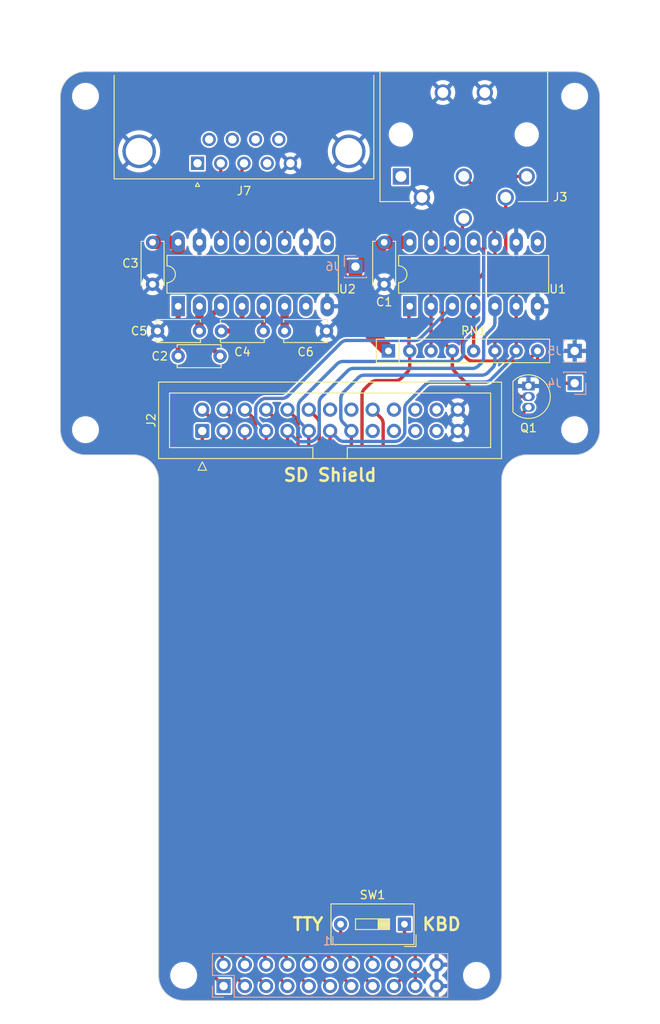
<source format=kicad_pcb>
(kicad_pcb (version 20221018) (generator pcbnew)
  (layers (0 "F.Cu" signal) (31 "B.Cu" signal) (34 "B.Paste" user) (35 "F.Paste" user) (36 "B.SilkS" user "B.Silkscreen") (37 "F.SilkS" user "F.Silkscreen") (38 "B.Mask" user) (39 "F.Mask" user) (44 "Edge.Cuts" user))
  (net 0 "")
  (net 1 "GND")
  (net 2 "Net-(U2-C1+)")
  (net 3 "Net-(U2-C1-)")
  (net 4 "Net-(U2-C2+)")
  (net 5 "Net-(U2-C2-)")
  (net 6 "Net-(U2-VS+)")
  (net 7 "Net-(U2-VS-)")
  (net 8 "+5V")
  (net 10 "/PA0")
  (net 11 "/PB0")
  (net 12 "/PA1")
  (net 13 "/PB1")
  (net 14 "/PA2")
  (net 15 "/PB2")
  (net 16 "/PA3")
  (net 17 "/PB3")
  (net 18 "/PA4")
  (net 19 "/PB4")
  (net 20 "/PA5")
  (net 21 "/PB5")
  (net 22 "/PA6")
  (net 23 "/PB7")
  (net 24 "/PA7")
  (net 25 "/COLA")
  (net 26 "/ROW3")
  (net 27 "/PTR")
  (net 37 "Net-(Q1-B)")
  (net 38 "Net-(J4-Pin_1)")
  (net 39 "Net-(U2-T1OUT)")
  (net 40 "Net-(U2-R1IN)")
  (net 41 "Net-(U2-R1OUT)")
  (net 45 "Net-(RN1B-R2.2)")
  (net 46 "Net-(RN1D-R4.2)")
  (net 53 "/KBD")
  (footprint "MountingHole:MountingHole_2.7mm_M2.5" (layer "F.Cu") (at 112.78 82.77)
    (fp_text reference "REF**" hide)
    (fp_text value "MountingHole_2.7mm_M2.5")
  )
  (footprint "Connector_Dsub:DSUB-9_Female_Horizontal_P2.77x2.84mm_EdgePinOffset7.70mm_Housed_MountingHolesOffset9.12mm" (layer "F.Cu") (at 126.14 51.020331 180)
    (fp_text reference "J7")
    (fp_text value "RS_232")
  )
  (footprint "Package_TO_SOT_THT:TO-92_Inline" (layer "F.Cu") (at 165.61 77.56 -90)
    (fp_text reference "Q1")
    (fp_text value "PN2222A")
  )
  (footprint "MountingHole:MountingHole_2.7mm_M2.5" (layer "F.Cu") (at 171.12 43.04)
    (fp_text reference "REF**" hide)
    (fp_text value "MountingHole_2.7mm_M2.5")
  )
  (footprint "Capacitor_THT:C_Disc_D5.0mm_W2.5mm_P5.00mm" (layer "F.Cu") (at 123.83 74.01)
    (fp_text reference "C2")
    (fp_text value "220nF")
  )
  (footprint "Capacitor_THT:C_Disc_D5.0mm_W2.5mm_P5.00mm" (layer "F.Cu") (at 136.53 71.01)
    (fp_text reference "C6")
    (fp_text value "220nF")
  )
  (footprint "MountingHole:MountingHole_2.7mm_M2.5" (layer "F.Cu") (at 171.12 82.77)
    (fp_text reference "REF**" hide)
    (fp_text value "MountingHole_2.7mm_M2.5")
  )
  (footprint "MountingHole:MountingHole_2.7mm_M2.5" (layer "F.Cu") (at 159.41 147.8)
    (fp_text reference "REF**" hide)
    (fp_text value "MountingHole_2.7mm_M2.5")
  )
  (footprint "Package_DIP:DIP-14_W7.62mm_LongPads" (layer "F.Cu") (at 151.45 68.06 90)
    (fp_text reference "U1")
    (fp_text value "74LS06")
  )
  (footprint "Button_Switch_THT:SW_DIP_SPSTx01_Slide_9.78x4.72mm_W7.62mm_P2.54mm" (layer "F.Cu") (at 150.82 141.7 180)
    (fp_text reference "SW1")
    (fp_text value "TTY_KBD")
  )
  (footprint "Capacitor_THT:C_Disc_D5.0mm_W2.5mm_P5.00mm" (layer "F.Cu") (at 120.78 60.44 -90)
    (fp_text reference "C3")
    (fp_text value "220nF")
  )
  (footprint "Connector_IDC:IDC-Header_2x13_P2.54mm_Vertical" (layer "F.Cu") (at 126.71 82.92 90)
    (fp_text reference "J2")
    (fp_text value "SD_Shield")
  )
  (footprint "Capacitor_THT:C_Disc_D5.0mm_W2.5mm_P5.00mm" (layer "F.Cu") (at 128.99 71.01)
    (fp_text reference "C4")
    (fp_text value "220nF")
  )
  (footprint "Resistor_THT:R_Array_SIP8" (layer "F.Cu") (at 148.91 73.38)
    (fp_text reference "RN1")
    (fp_text value "3K3")
  )
  (footprint "Capacitor_THT:C_Disc_D5.0mm_W2.5mm_P5.00mm" (layer "F.Cu") (at 121.37 71.01)
    (fp_text reference "C5")
    (fp_text value "220nF")
  )
  (footprint "Capacitor_THT:C_Disc_D5.0mm_W2.5mm_P5.00mm" (layer "F.Cu") (at 148.4 60.44 -90)
    (fp_text reference "C1")
    (fp_text value "100nF")
  )
  (footprint "DIN_Round:CUI_SDS-60J" (layer "F.Cu") (at 157.9 47.59 180)
    (fp_text reference "J3")
    (fp_text value "DIN-6")
  )
  (footprint "MountingHole:MountingHole_2.7mm_M2.5" (layer "F.Cu") (at 124.49 147.8)
    (fp_text reference "REF**" hide)
    (fp_text value "MountingHole_2.7mm_M2.5")
  )
  (footprint "MountingHole:MountingHole_2.7mm_M2.5" (layer "F.Cu") (at 112.78 43.04)
    (fp_text reference "REF**" hide)
    (fp_text value "MountingHole_2.7mm_M2.5")
  )
  (footprint "Package_DIP:DIP-16_W7.62mm_LongPads" (layer "F.Cu") (at 123.83 68.06 90)
    (fp_text reference "U2")
    (fp_text value "MAX202")
  )
  (footprint "Connector_PinSocket_2.54mm:PinSocket_1x01_P2.54mm_Vertical" (layer "B.Cu") (at 171.12 73.38 180)
    (fp_text reference "J5")
    (fp_text value "GND")
  )
  (footprint "Connector_PinSocket_2.54mm:PinSocket_2x11_P2.54mm_Vertical" (layer "B.Cu") (at 129.25 149.07 -90)
    (fp_text reference "J1")
    (fp_text value "Motherboard")
  )
  (footprint "Connector_PinSocket_2.54mm:PinSocket_1x01_P2.54mm_Vertical" (layer "B.Cu") (at 144.98 63.33 180)
    (fp_text reference "J6")
    (fp_text value "+5V")
  )
  (footprint "Connector_PinSocket_2.54mm:PinSocket_1x01_P2.54mm_Vertical" (layer "B.Cu") (at 171.12 77.23)
    (fp_text reference "J4")
    (fp_text value "Reset")
  )
  (gr_arc (start 109.78 43.09) (mid 110.65868 40.96868) (end 112.78 40.09) (stroke (width 0.1)) (layer "Edge.Cuts"))
  (gr_arc (start 174.12 82.77) (mid 173.24132 84.89132) (end 171.12 85.77) (stroke (width 0.1)) (layer "Edge.Cuts"))
  (gr_line (start 121.49 88.77) (end 121.49 147.8) (stroke (width 0.1)) (layer "Edge.Cuts"))
  (gr_arc (start 162.41 88.77) (mid 163.28868 86.64868) (end 165.41 85.77) (stroke (width 0.1)) (layer "Edge.Cuts"))
  (gr_arc (start 118.49 85.77) (mid 120.61132 86.64868) (end 121.49 88.77) (stroke (width 0.1)) (layer "Edge.Cuts"))
  (gr_line (start 162.41 88.77) (end 162.41 147.8) (stroke (width 0.1)) (layer "Edge.Cuts"))
  (gr_line (start 171.12 40.09) (end 112.78 40.09) (stroke (width 0.1)) (layer "Edge.Cuts"))
  (gr_arc (start 171.12 40.09) (mid 173.24132 40.96868) (end 174.12 43.09) (stroke (width 0.1)) (layer "Edge.Cuts"))
  (gr_arc (start 124.49 150.8) (mid 122.36868 149.92132) (end 121.49 147.8) (stroke (width 0.1)) (layer "Edge.Cuts"))
  (gr_line (start 165.41 85.77) (end 171.12 85.77) (stroke (width 0.1)) (layer "Edge.Cuts"))
  (gr_arc (start 112.78 85.77) (mid 110.65868 84.89132) (end 109.78 82.77) (stroke (width 0.1)) (layer "Edge.Cuts"))
  (gr_line (start 109.78 43.09) (end 109.78 82.77) (stroke (width 0.1)) (layer "Edge.Cuts"))
  (gr_arc (start 162.41 147.8) (mid 161.53132 149.92132) (end 159.41 150.8) (stroke (width 0.1)) (layer "Edge.Cuts"))
  (gr_line (start 124.49 150.8) (end 159.41 150.8) (stroke (width 0.1)) (layer "Edge.Cuts"))
  (gr_line (start 174.12 82.77) (end 174.12 43.09) (stroke (width 0.1)) (layer "Edge.Cuts"))
  (gr_line (start 112.78 85.77) (end 118.49 85.77) (stroke (width 0.1)) (layer "Edge.Cuts"))
  (gr_text "TTY" (at 141.3 141.7) (layer "F.SilkS") (effects (font (size 1.5 1.5) (thickness 0.3) bold) (justify right)))
  (gr_text "SD Shield" (at 141.95 89.05) (layer "F.SilkS") (effects (font (size 1.5 1.5) (thickness 0.3) bold) (justify bottom)))
  (gr_text "KBD" (at 152.8 141.7) (layer "F.SilkS") (effects (font (size 1.5 1.5) (thickness 0.3) bold) (justify left)))
  (segment (start 123.83 74.01) (end 123.83 68.06) (width 0.6) (layer "F.Cu") (net 2))
  (segment (start 127.69 72.455786) (end 127.69 69.694214) (width 0.6) (layer "F.Cu") (net 3))
  (segment (start 127.982893 68.987107) (end 128.91 68.06) (width 0.6) (layer "F.Cu") (net 3))
  (segment (start 128.83 74.01) (end 127.982893 73.162893) (width 0.6) (layer "F.Cu") (net 3))
  (arc (start 127.69 72.455786) (mid 127.76612 72.838469) (end 127.982893 73.162893) (width 0.6) (layer "F.Cu") (net 3))
  (arc (start 127.69 69.694214) (mid 127.76612 69.311531) (end 127.982893 68.987107) (width 0.6) (layer "F.Cu") (net 3))
  (segment (start 131.45 69.375786) (end 131.45 68.06) (width 0.6) (layer "F.Cu") (net 4))
  (segment (start 130.522893 70.717107) (end 131.157107 70.082893) (width 0.6) (layer "F.Cu") (net 4))
  (segment (start 128.99 71.01) (end 129.815786 71.01) (width 0.6) (layer "F.Cu") (net 4))
  (arc (start 131.157107 70.082893) (mid 131.37388 69.75847) (end 131.45 69.375786) (width 0.6) (layer "F.Cu") (net 4))
  (arc (start 130.522893 70.717107) (mid 130.19847 70.93388) (end 129.815786 71.01) (width 0.6) (layer "F.Cu") (net 4))
  (segment (start 133.99 71.01) (end 133.99 68.06) (width 0.6) (layer "F.Cu") (net 5))
  (segment (start 126.37 68.06) (end 126.37 71.01) (width 1) (layer "F.Cu") (net 6))
  (segment (start 136.53 71.01) (end 136.53 68.06) (width 1) (layer "F.Cu") (net 7))
  (segment (start 124.427107 63.037107) (end 124.122893 62.732893) (width 1.6) (layer "F.Cu") (net 8))
  (segment (start 148.4 60.44) (end 151.45 60.44) (width 1.6) (layer "F.Cu") (net 8))
  (segment (start 145.85868 70.32868) (end 148.91 73.38) (width 1.6) (layer "F.Cu") (net 8))
  (segment (start 120.78 60.44) (end 123.83 60.44) (width 1.6) (layer "F.Cu") (net 8))
  (segment (start 144.98 63.33) (end 145.51 63.33) (width 1.6) (layer "F.Cu") (net 8))
  (segment (start 144.98 63.33) (end 125.134214 63.33) (width 1.6) (layer "F.Cu") (net 8))
  (segment (start 123.83 62.025786) (end 123.83 60.44) (width 1.6) (layer "F.Cu") (net 8))
  (segment (start 145.51 63.33) (end 148.4 60.44) (width 1.6) (layer "F.Cu") (net 8))
  (segment (start 144.98 63.33) (end 144.98 68.207359) (width 1.6) (layer "F.Cu") (net 8))
  (arc (start 144.98 68.207359) (mid 145.208362 69.35541) (end 145.85868 70.32868) (width 1.6) (layer "F.Cu") (net 8))
  (arc (start 124.122893 62.732893) (mid 123.90612 62.40847) (end 123.83 62.025786) (width 1.6) (layer "F.Cu") (net 8))
  (arc (start 125.134214 63.33) (mid 124.751531 63.253875) (end 124.427107 63.037107) (width 1.6) (layer "F.Cu") (net 8))
  (segment (start 127.96 147.365786) (end 127.96 146.124214) (width 0.4) (layer "F.Cu") (net 10))
  (segment (start 126.71 82.92) (end 126.71 144.045786) (width 0.4) (layer "F.Cu") (net 10))
  (segment (start 129.25 149.07) (end 128.252893 148.072893) (width 0.4) (layer "F.Cu") (net 10))
  (segment (start 127.667107 145.417107) (end 127.002893 144.752893) (width 0.4) (layer "F.Cu") (net 10))
  (arc (start 126.71 144.045786) (mid 126.78612 144.428469) (end 127.002893 144.752893) (width 0.4) (layer "F.Cu") (net 10))
  (arc (start 128.252893 148.072893) (mid 128.03612 147.74847) (end 127.96 147.365786) (width 0.4) (layer "F.Cu") (net 10))
  (arc (start 127.667107 145.417107) (mid 127.88388 145.74153) (end 127.96 146.124214) (width 0.4) (layer "F.Cu") (net 10))
  (segment (start 128.957107 145.437107) (end 128.252893 144.732893) (width 0.4) (layer "F.Cu") (net 11))
  (segment (start 127.96 144.025786) (end 127.96 82.044214) (width 0.4) (layer "F.Cu") (net 11))
  (segment (start 127.667107 81.337107) (end 126.71 80.38) (width 0.4) (layer "F.Cu") (net 11))
  (segment (start 129.25 146.53) (end 129.25 146.144214) (width 0.4) (layer "F.Cu") (net 11))
  (arc (start 127.96 82.044214) (mid 127.88388 81.661531) (end 127.667107 81.337107) (width 0.4) (layer "F.Cu") (net 11))
  (arc (start 128.252893 144.732893) (mid 128.03612 144.40847) (end 127.96 144.025786) (width 0.4) (layer "F.Cu") (net 11))
  (arc (start 128.957107 145.437107) (mid 129.17388 145.76153) (end 129.25 146.144214) (width 0.4) (layer "F.Cu") (net 11))
  (segment (start 129.25 82.92) (end 129.25 144.045786) (width 0.4) (layer "F.Cu") (net 12))
  (segment (start 130.5 147.365786) (end 130.5 146.124214) (width 0.4) (layer "F.Cu") (net 12))
  (segment (start 131.79 149.07) (end 130.792893 148.072893) (width 0.4) (layer "F.Cu") (net 12))
  (segment (start 130.207107 145.417107) (end 129.542893 144.752893) (width 0.4) (layer "F.Cu") (net 12))
  (arc (start 130.207107 145.417107) (mid 130.42388 145.74153) (end 130.5 146.124214) (width 0.4) (layer "F.Cu") (net 12))
  (arc (start 129.25 144.045786) (mid 129.32612 144.428469) (end 129.542893 144.752893) (width 0.4) (layer "F.Cu") (net 12))
  (arc (start 130.792893 148.072893) (mid 130.57612 147.74847) (end 130.5 147.365786) (width 0.4) (layer "F.Cu") (net 12))
  (segment (start 130.207107 81.337107) (end 129.25 80.38) (width 0.4) (layer "F.Cu") (net 13))
  (segment (start 131.79 146.53) (end 131.79 146.144214) (width 0.4) (layer "F.Cu") (net 13))
  (segment (start 131.497107 145.437107) (end 130.792893 144.732893) (width 0.4) (layer "F.Cu") (net 13))
  (segment (start 130.5 144.025786) (end 130.5 82.044214) (width 0.4) (layer "F.Cu") (net 13))
  (arc (start 130.5 82.044214) (mid 130.42388 81.661531) (end 130.207107 81.337107) (width 0.4) (layer "F.Cu") (net 13))
  (arc (start 130.792893 144.732893) (mid 130.57612 144.40847) (end 130.5 144.025786) (width 0.4) (layer "F.Cu") (net 13))
  (arc (start 131.497107 145.437107) (mid 131.71388 145.76153) (end 131.79 146.144214) (width 0.4) (layer "F.Cu") (net 13))
  (segment (start 134.33 149.07) (end 133.332893 148.072893) (width 0.4) (layer "F.Cu") (net 14))
  (segment (start 131.79 82.92) (end 131.79 144.045786) (width 0.4) (layer "F.Cu") (net 14))
  (segment (start 132.747107 145.417107) (end 132.082893 144.752893) (width 0.4) (layer "F.Cu") (net 14))
  (segment (start 133.04 147.365786) (end 133.04 146.124214) (width 0.4) (layer "F.Cu") (net 14))
  (arc (start 132.747107 145.417107) (mid 132.96388 145.74153) (end 133.04 146.124214) (width 0.4) (layer "F.Cu") (net 14))
  (arc (start 133.332893 148.072893) (mid 133.11612 147.74847) (end 133.04 147.365786) (width 0.4) (layer "F.Cu") (net 14))
  (arc (start 131.79 144.045786) (mid 131.86612 144.428469) (end 132.082893 144.752893) (width 0.4) (layer "F.Cu") (net 14))
  (segment (start 132.747107 81.337107) (end 131.79 80.38) (width 0.4) (layer "F.Cu") (net 15))
  (segment (start 133.04 144.025786) (end 133.04 82.044214) (width 0.4) (layer "F.Cu") (net 15))
  (segment (start 134.037107 145.437107) (end 133.332893 144.732893) (width 0.4) (layer "F.Cu") (net 15))
  (segment (start 134.33 146.53) (end 134.33 146.144214) (width 0.4) (layer "F.Cu") (net 15))
  (arc (start 133.04 82.044214) (mid 132.96388 81.661531) (end 132.747107 81.337107) (width 0.4) (layer "F.Cu") (net 15))
  (arc (start 133.332893 144.732893) (mid 133.11612 144.40847) (end 133.04 144.025786) (width 0.4) (layer "F.Cu") (net 15))
  (arc (start 134.037107 145.437107) (mid 134.25388 145.76153) (end 134.33 146.144214) (width 0.4) (layer "F.Cu") (net 15))
  (segment (start 136.87 149.07) (end 135.872893 148.072893) (width 0.4) (layer "F.Cu") (net 16))
  (segment (start 135.58 147.365786) (end 135.58 146.124214) (width 0.4) (layer "F.Cu") (net 16))
  (segment (start 134.33 82.92) (end 134.33 144.045786) (width 0.4) (layer "F.Cu") (net 16))
  (segment (start 135.287107 145.417107) (end 134.622893 144.752893) (width 0.4) (layer "F.Cu") (net 16))
  (arc (start 135.872893 148.072893) (mid 135.65612 147.74847) (end 135.58 147.365786) (width 0.4) (layer "F.Cu") (net 16))
  (arc (start 135.287107 145.417107) (mid 135.50388 145.74153) (end 135.58 146.124214) (width 0.4) (layer "F.Cu") (net 16))
  (arc (start 134.33 144.045786) (mid 134.40612 144.428469) (end 134.622893 144.752893) (width 0.4) (layer "F.Cu") (net 16))
  (segment (start 133.372893 79.56934) (end 133.60934 79.332893) (width 0.4) (layer "B.Cu") (net 16))
  (segment (start 136.922893 78.747107) (end 143.247107 72.422893) (width 0.4) (layer "B.Cu") (net 16))
  (segment (start 134.33 82.92) (end 133.372893 81.962893) (width 0.4) (layer "B.Cu") (net 16))
  (segment (start 134.316447 79.04) (end 136.215786 79.04) (width 0.4) (layer "B.Cu") (net 16))
  (segment (start 152.752893 71.837107) (end 156.53 68.06) (width 0.4) (layer "B.Cu") (net 16))
  (segment (start 133.08 81.255786) (end 133.08 80.276447) (width 0.4) (layer "B.Cu") (net 16))
  (segment (start 143.954214 72.13) (end 152.045786 72.13) (width 0.4) (layer "B.Cu") (net 16))
  (arc (start 133.08 81.255786) (mid 133.15612 81.638469) (end 133.372893 81.962893) (width 0.4) (layer "B.Cu") (net 16))
  (arc (start 143.954214 72.13) (mid 143.571531 72.20612) (end 143.247107 72.422893) (width 0.4) (layer "B.Cu") (net 16))
  (arc (start 152.752893 71.837107) (mid 152.42847 72.05388) (end 152.045786 72.13) (width 0.4) (layer "B.Cu") (net 16))
  (arc (start 134.316447 79.04) (mid 133.933764 79.11612) (end 133.60934 79.332893) (width 0.4) (layer "B.Cu") (net 16))
  (arc (start 133.08 80.276447) (mid 133.15612 79.893764) (end 133.372893 79.56934) (width 0.4) (layer "B.Cu") (net 16))
  (arc (start 136.215786 79.04) (mid 136.598469 78.96388) (end 136.922893 78.747107) (width 0.4) (layer "B.Cu") (net 16))
  (segment (start 136.577107 145.437107) (end 135.872893 144.732893) (width 0.4) (layer "F.Cu") (net 17))
  (segment (start 135.287107 81.337107) (end 134.33 80.38) (width 0.4) (layer "F.Cu") (net 17))
  (segment (start 135.58 144.025786) (end 135.58 82.044214) (width 0.4) (layer "F.Cu") (net 17))
  (segment (start 136.87 146.53) (end 136.87 146.144214) (width 0.4) (layer "F.Cu") (net 17))
  (arc (start 136.577107 145.437107) (mid 136.79388 145.76153) (end 136.87 146.144214) (width 0.4) (layer "F.Cu") (net 17))
  (arc (start 135.872893 144.732893) (mid 135.65612 144.40847) (end 135.58 144.025786) (width 0.4) (layer "F.Cu") (net 17))
  (arc (start 135.58 82.044214) (mid 135.50388 81.661531) (end 135.287107 81.337107) (width 0.4) (layer "F.Cu") (net 17))
  (segment (start 138.12 147.365786) (end 138.12 146.124214) (width 0.4) (layer "F.Cu") (net 18))
  (segment (start 136.87 82.92) (end 136.87 144.045786) (width 0.4) (layer "F.Cu") (net 18))
  (segment (start 137.827107 145.417107) (end 137.162893 144.752893) (width 0.4) (layer "F.Cu") (net 18))
  (segment (start 139.41 149.07) (end 138.412893 148.072893) (width 0.4) (layer "F.Cu") (net 18))
  (arc (start 138.412893 148.072893) (mid 138.19612 147.74847) (end 138.12 147.365786) (width 0.4) (layer "F.Cu") (net 18))
  (arc (start 136.87 144.045786) (mid 136.94612 144.428469) (end 137.162893 144.752893) (width 0.4) (layer "F.Cu") (net 18))
  (arc (start 137.827107 145.417107) (mid 138.04388 145.74153) (end 138.12 146.124214) (width 0.4) (layer "F.Cu") (net 18))
  (segment (start 159.977107 74.822893) (end 159.632893 75.167107) (width 0.4) (layer "B.Cu") (net 18))
  (segment (start 158.925786 75.46) (end 144.764214 75.46) (width 0.4) (layer "B.Cu") (net 18))
  (segment (start 139.483553 84.2) (end 138.564214 84.2) (width 0.4) (layer "B.Cu") (net 18))
  (segment (start 161.61 68.06) (end 161.61 69.995786) (width 0.4) (layer "B.Cu") (net 18))
  (segment (start 140.66 79.564214) (end 140.66 83.023553) (width 0.4) (layer "B.Cu") (net 18))
  (segment (start 140.367107 83.73066) (end 140.19066 83.907107) (width 0.4) (layer "B.Cu") (net 18))
  (segment (start 144.057107 75.752893) (end 140.952893 78.857107) (width 0.4) (layer "B.Cu") (net 18))
  (segment (start 160.27 72.164214) (end 160.27 74.115786) (width 0.4) (layer "B.Cu") (net 18))
  (segment (start 137.857107 83.907107) (end 136.87 82.92) (width 0.4) (layer "B.Cu") (net 18))
  (segment (start 161.317107 70.702893) (end 160.562893 71.457107) (width 0.4) (layer "B.Cu") (net 18))
  (arc (start 140.66 83.023553) (mid 140.58388 83.406236) (end 140.367107 83.73066) (width 0.4) (layer "B.Cu") (net 18))
  (arc (start 158.925786 75.46) (mid 159.308469 75.38388) (end 159.632893 75.167107) (width 0.4) (layer "B.Cu") (net 18))
  (arc (start 139.483553 84.2) (mid 139.866236 84.12388) (end 140.19066 83.907107) (width 0.4) (layer "B.Cu") (net 18))
  (arc (start 159.977107 74.822893) (mid 160.19388 74.49847) (end 160.27 74.115786) (width 0.4) (layer "B.Cu") (net 18))
  (arc (start 138.564214 84.2) (mid 138.181531 84.12388) (end 137.857107 83.907107) (width 0.4) (layer "B.Cu") (net 18))
  (arc (start 161.317107 70.702893) (mid 161.53388 70.37847) (end 161.61 69.995786) (width 0.4) (layer "B.Cu") (net 18))
  (arc (start 144.057107 75.752893) (mid 144.38153 75.53612) (end 144.764214 75.46) (width 0.4) (layer "B.Cu") (net 18))
  (arc (start 140.66 79.564214) (mid 140.73612 79.181531) (end 140.952893 78.857107) (width 0.4) (layer "B.Cu") (net 18))
  (arc (start 160.562893 71.457107) (mid 160.34612 71.78153) (end 160.27 72.164214) (width 0.4) (layer "B.Cu") (net 18))
  (segment (start 138.12 144.025786) (end 138.12 82.044214) (width 0.4) (layer "F.Cu") (net 19))
  (segment (start 139.41 146.53) (end 139.41 146.144214) (width 0.4) (layer "F.Cu") (net 19))
  (segment (start 137.827107 81.337107) (end 136.87 80.38) (width 0.4) (layer "F.Cu") (net 19))
  (segment (start 139.117107 145.437107) (end 138.412893 144.732893) (width 0.4) (layer "F.Cu") (net 19))
  (arc (start 139.117107 145.437107) (mid 139.33388 145.76153) (end 139.41 146.144214) (width 0.4) (layer "F.Cu") (net 19))
  (arc (start 138.412893 144.732893) (mid 138.19612 144.40847) (end 138.12 144.025786) (width 0.4) (layer "F.Cu") (net 19))
  (arc (start 138.12 82.044214) (mid 138.04388 81.661531) (end 137.827107 81.337107) (width 0.4) (layer "F.Cu") (net 19))
  (segment (start 140.66 147.365786) (end 140.66 146.124214) (width 0.4) (layer "F.Cu") (net 20))
  (segment (start 140.367107 145.417107) (end 139.702893 144.752893) (width 0.4) (layer "F.Cu") (net 20))
  (segment (start 139.41 82.92) (end 139.41 144.045786) (width 0.4) (layer "F.Cu") (net 20))
  (segment (start 141.95 149.07) (end 140.952893 148.072893) (width 0.4) (layer "F.Cu") (net 20))
  (arc (start 140.952893 148.072893) (mid 140.73612 147.74847) (end 140.66 147.365786) (width 0.4) (layer "F.Cu") (net 20))
  (arc (start 139.41 144.045786) (mid 139.48612 144.428469) (end 139.702893 144.752893) (width 0.4) (layer "F.Cu") (net 20))
  (arc (start 140.367107 145.417107) (mid 140.58388 145.74153) (end 140.66 146.124214) (width 0.4) (layer "F.Cu") (net 20))
  (segment (start 138.452893 81.962893) (end 139.41 82.92) (width 0.4) (layer "B.Cu") (net 20))
  (segment (start 159.07 60.44) (end 160.27 61.64) (width 0.4) (layer "B.Cu") (net 20))
  (segment (start 159.977107 70.242893) (end 158.162893 72.057107) (width 0.4) (layer "B.Cu") (net 20))
  (segment (start 138.16 79.974214) (end 138.16 81.255786) (width 0.4) (layer "B.Cu") (net 20))
  (segment (start 157.577107 74.272893) (end 157.502893 74.347107) (width 0.4) (layer "B.Cu") (net 20))
  (segment (start 156.795786 74.64) (end 143.494214 74.64) (width 0.4) (layer "B.Cu") (net 20))
  (segment (start 160.27 61.64) (end 160.27 69.535786) (width 0.4) (layer "B.Cu") (net 20))
  (segment (start 142.787107 74.932893) (end 138.452893 79.267107) (width 0.4) (layer "B.Cu") (net 20))
  (segment (start 157.87 72.764214) (end 157.87 73.565786) (width 0.4) (layer "B.Cu") (net 20))
  (arc (start 143.494214 74.64) (mid 143.11153 74.71612) (end 142.787107 74.932893) (width 0.4) (layer "B.Cu") (net 20))
  (arc (start 158.162893 72.057107) (mid 157.94612 72.38153) (end 157.87 72.764214) (width 0.4) (layer "B.Cu") (net 20))
  (arc (start 138.452893 79.267107) (mid 138.23612 79.59153) (end 138.16 79.974214) (width 0.4) (layer "B.Cu") (net 20))
  (arc (start 159.977107 70.242893) (mid 160.19388 69.91847) (end 160.27 69.535786) (width 0.4) (layer "B.Cu") (net 20))
  (arc (start 138.16 81.255786) (mid 138.23612 81.638469) (end 138.452893 81.962893) (width 0.4) (layer "B.Cu") (net 20))
  (arc (start 157.502893 74.347107) (mid 157.17847 74.56388) (end 156.795786 74.64) (width 0.4) (layer "B.Cu") (net 20))
  (arc (start 157.87 73.565786) (mid 157.79388 73.948469) (end 157.577107 74.272893) (width 0.4) (layer "B.Cu") (net 20))
  (segment (start 141.95 146.53) (end 141.95 146.144214) (width 0.4) (layer "F.Cu") (net 21))
  (segment (start 141.657107 145.437107) (end 140.952893 144.732893) (width 0.4) (layer "F.Cu") (net 21))
  (segment (start 140.66 144.025786) (end 140.66 82.044214) (width 0.4) (layer "F.Cu") (net 21))
  (segment (start 140.367107 81.337107) (end 139.41 80.38) (width 0.4) (layer "F.Cu") (net 21))
  (arc (start 140.952893 144.732893) (mid 140.73612 144.40847) (end 140.66 144.025786) (width 0.4) (layer "F.Cu") (net 21))
  (arc (start 140.66 82.044214) (mid 140.58388 81.661531) (end 140.367107 81.337107) (width 0.4) (layer "F.Cu") (net 21))
  (arc (start 141.657107 145.437107) (mid 141.87388 145.76153) (end 141.95 146.144214) (width 0.4) (layer "F.Cu") (net 21))
  (segment (start 142.907107 145.417107) (end 142.242893 144.752893) (width 0.4) (layer "F.Cu") (net 22))
  (segment (start 163.192893 64.112893) (end 163.857107 64.777107) (width 0.4) (layer "F.Cu") (net 22))
  (segment (start 164.15 68.06) (end 164.15 73.38) (width 0.4) (layer "F.Cu") (net 22))
  (segment (start 144.49 149.07) (end 143.492893 148.072893) (width 0.4) (layer "F.Cu") (net 22))
  (segment (start 143.2 147.365786) (end 143.2 146.124214) (width 0.4) (layer "F.Cu") (net 22))
  (segment (start 164.15 65.484214) (end 164.15 68.06) (width 0.4) (layer "F.Cu") (net 22))
  (segment (start 162.9 55.09) (end 162.9 63.405786) (width 0.4) (layer "F.Cu") (net 22))
  (segment (start 162.9 55.09) (end 162.88 55.11) (width 0.4) (layer "F.Cu") (net 22))
  (segment (start 141.95 82.92) (end 141.95 144.045786) (width 0.4) (layer "F.Cu") (net 22))
  (arc (start 142.907107 145.417107) (mid 143.12388 145.74153) (end 143.2 146.124214) (width 0.4) (layer "F.Cu") (net 22))
  (arc (start 164.15 65.484214) (mid 164.07388 65.101531) (end 163.857107 64.777107) (width 0.4) (layer "F.Cu") (net 22))
  (arc (start 163.192893 64.112893) (mid 162.97612 63.78847) (end 162.9 63.405786) (width 0.4) (layer "F.Cu") (net 22))
  (arc (start 143.492893 148.072893) (mid 143.27612 147.74847) (end 143.2 147.365786) (width 0.4) (layer "F.Cu") (net 22))
  (arc (start 141.95 144.045786) (mid 142.02612 144.428469) (end 142.242893 144.752893) (width 0.4) (layer "F.Cu") (net 22))
  (segment (start 154.014214 77.1) (end 160.415786 77.1) (width 0.4) (layer "B.Cu") (net 22))
  (segment (start 150.38066 83.877107) (end 150.567107 83.69066) (width 0.4) (layer "B.Cu") (net 22))
  (segment (start 164.15 73.572893) (end 164.15 73.38) (width 0.4) (layer "B.Cu") (net 22))
  (segment (start 143.614214 84.17) (end 149.673553 84.17) (width 0.4) (layer "B.Cu") (net 22))
  (segment (start 161.122893 76.807107) (end 164.003554 73.926446) (width 0.4) (layer "B.Cu") (net 22))
  (segment (start 151.152893 79.547107) (end 153.307107 77.392893) (width 0.4) (layer "B.Cu") (net 22))
  (segment (start 141.95 82.92) (end 142.907107 83.877107) (width 0.4) (layer "B.Cu") (net 22))
  (segment (start 150.86 82.983553) (end 150.86 80.254214) (width 0.4) (layer "B.Cu") (net 22))
  (arc (start 149.673553 84.17) (mid 150.056236 84.09388) (end 150.38066 83.877107) (width 0.4) (layer "B.Cu") (net 22))
  (arc (start 142.907107 83.877107) (mid 143.23153 84.09388) (end 143.614214 84.17) (width 0.4) (layer "B.Cu") (net 22))
  (arc (start 150.567107 83.69066) (mid 150.78388 83.366236) (end 150.86 82.983553) (width 0.4) (layer "B.Cu") (net 22))
  (arc (start 150.86 80.254214) (mid 150.93612 79.871531) (end 151.152893 79.547107) (width 0.4) (layer "B.Cu") (net 22))
  (arc (start 160.415786 77.1) (mid 160.798469 77.02388) (end 161.122893 76.807107) (width 0.4) (layer "B.Cu") (net 22))
  (arc (start 164.003554 73.926446) (mid 164.11194 73.764234) (end 164.15 73.572893) (width 0.4) (layer "B.Cu") (net 22))
  (arc (start 153.307107 77.392893) (mid 153.631531 77.176125) (end 154.014214 77.1) (width 0.4) (layer "B.Cu") (net 22))
  (segment (start 148.28 144.025786) (end 148.28 82.044214) (width 0.4) (layer "F.Cu") (net 23))
  (segment (start 149.57 146.53) (end 149.57 146.144214) (width 0.4) (layer "F.Cu") (net 23))
  (segment (start 147.987107 81.337107) (end 147.03 80.38) (width 0.4) (layer "F.Cu") (net 23))
  (segment (start 149.277107 145.437107) (end 148.572893 144.732893) (width 0.4) (layer "F.Cu") (net 23))
  (arc (start 149.277107 145.437107) (mid 149.49388 145.76153) (end 149.57 146.144214) (width 0.4) (layer "F.Cu") (net 23))
  (arc (start 148.572893 144.732893) (mid 148.35612 144.40847) (end 148.28 144.025786) (width 0.4) (layer "F.Cu") (net 23))
  (arc (start 148.28 82.044214) (mid 148.20388 81.661531) (end 147.987107 81.337107) (width 0.4) (layer "F.Cu") (net 23))
  (segment (start 165.4 52.59) (end 163.86967 52.59) (width 0.4) (layer "F.Cu") (net 24))
  (segment (start 161.902893 66.255837) (end 162.517107 66.870051) (width 0.4) (layer "F.Cu") (net 24))
  (segment (start 161.525 60.355) (end 161.61 60.44) (width 0.4) (layer "F.Cu") (net 24))
  (segment (start 147.03 149.07) (end 146.032893 148.072893) (width 0.4) (layer "F.Cu") (net 24))
  (segment (start 163.162563 52.882893) (end 161.817893 54.227563) (width 0.4) (layer "F.Cu") (net 24))
  (segment (start 161.525 54.93467) (end 161.525 60.355) (width 0.4) (layer "F.Cu") (net 24))
  (segment (start 161.61 72.304214) (end 161.61 73.38) (width 0.4) (layer "F.Cu") (net 24))
  (segment (start 162.81 67.577158) (end 162.81 70.275786) (width 0.4) (layer "F.Cu") (net 24))
  (segment (start 145.447107 145.417107) (end 144.782893 144.752893) (width 0.4) (layer "F.Cu") (net 24))
  (segment (start 161.61 60.44) (end 161.61 65.54873) (width 0.4) (layer "F.Cu") (net 24))
  (segment (start 144.49 82.92) (end 144.49 144.045786) (width 0.4) (layer "F.Cu") (net 24))
  (segment (start 145.74 147.365786) (end 145.74 146.124214) (width 0.4) (layer "F.Cu") (net 24))
  (segment (start 162.517107 70.982893) (end 161.902893 71.597107) (width 0.4) (layer "F.Cu") (net 24))
  (arc (start 161.61 65.54873) (mid 161.68612 65.931413) (end 161.902893 66.255837) (width 0.4) (layer "F.Cu") (net 24))
  (arc (start 145.447107 145.417107) (mid 145.66388 145.74153) (end 145.74 146.124214) (width 0.4) (layer "F.Cu") (net 24))
  (arc (start 162.81 70.275786) (mid 162.73388 70.658469) (end 162.517107 70.982893) (width 0.4) (layer "F.Cu") (net 24))
  (arc (start 161.525 54.93467) (mid 161.60112 54.551987) (end 161.817893 54.227563) (width 0.4) (layer "F.Cu") (net 24))
  (arc (start 144.49 144.045786) (mid 144.56612 144.428469) (end 144.782893 144.752893) (width 0.4) (layer "F.Cu") (net 24))
  (arc (start 161.61 72.304214) (mid 161.68612 71.921531) (end 161.902893 71.597107) (width 0.4) (layer "F.Cu") (net 24))
  (arc (start 163.86967 52.59) (mid 163.486987 52.66612) (end 163.162563 52.882893) (width 0.4) (layer "F.Cu") (net 24))
  (arc (start 162.517107 66.870051) (mid 162.73388 67.194475) (end 162.81 67.577158) (width 0.4) (layer "F.Cu") (net 24))
  (arc (start 146.032893 148.072893) (mid 145.81612 147.74847) (end 145.74 147.365786) (width 0.4) (layer "F.Cu") (net 24))
  (segment (start 143.23 79.064214) (end 143.23 81.245786) (width 0.4) (layer "B.Cu") (net 24))
  (segment (start 160.045786 76.27) (end 146.024214 76.27) (width 0.4) (layer "B.Cu") (net 24))
  (segment (start 161.317107 75.412893) (end 160.752893 75.977107) (width 0.4) (layer "B.Cu") (net 24))
  (segment (start 143.522893 81.952893) (end 144.49 82.92) (width 0.4) (layer "B.Cu") (net 24))
  (segment (start 145.317107 76.562893) (end 143.522893 78.357107) (width 0.4) (layer "B.Cu") (net 24))
  (segment (start 161.61 73.38) (end 161.61 74.705786) (width 0.4) (layer "B.Cu") (net 24))
  (arc (start 143.522893 78.357107) (mid 143.30612 78.68153) (end 143.23 79.064214) (width 0.4) (layer "B.Cu") (net 24))
  (arc (start 145.317107 76.562893) (mid 145.64153 76.34612) (end 146.024214 76.27) (width 0.4) (layer "B.Cu") (net 24))
  (arc (start 143.23 81.245786) (mid 143.30612 81.628469) (end 143.522893 81.952893) (width 0.4) (layer "B.Cu") (net 24))
  (arc (start 160.045786 76.27) (mid 160.428469 76.19388) (end 160.752893 75.977107) (width 0.4) (layer "B.Cu") (net 24))
  (arc (start 161.61 74.705786) (mid 161.53388 75.088469) (end 161.317107 75.412893) (width 0.4) (layer "B.Cu") (net 24))
  (segment (start 144.49 146.53) (end 144.49 146.144214) (width 0.4) (layer "F.Cu") (net 25))
  (segment (start 143.2 144.005786) (end 143.22 141.7) (width 0.4) (layer "F.Cu") (net 25))
  (segment (start 144.197107 145.437107) (end 143.492893 144.732893) (width 0.4) (layer "F.Cu") (net 25))
  (arc (start 143.492893 144.732893) (mid 143.27612 144.40847) (end 143.2 144.025786) (width 0.4) (layer "F.Cu") (net 25))
  (arc (start 144.197107 145.437107) (mid 144.41388 145.76153) (end 144.49 146.144214) (width 0.4) (layer "F.Cu") (net 25))
  (segment (start 150.82 147.405786) (end 150.82 141.7) (width 0.4) (layer "F.Cu") (net 26))
  (segment (start 149.57 149.07) (end 150.527107 148.112893) (width 0.4) (layer "F.Cu") (net 26))
  (arc (start 150.527107 148.112893) (mid 150.74388 147.78847) (end 150.82 147.405786) (width 0.4) (layer "F.Cu") (net 26))
  (segment (start 146.737107 145.437107) (end 146.032893 144.732893) (width 0.4) (layer "F.Cu") (net 27))
  (segment (start 151.45 75.205786) (end 151.45 73.38) (width 0.4) (layer "F.Cu") (net 27))
  (segment (start 151.36 73.38) (end 151.36 68.06) (width 0.4) (layer "F.Cu") (net 27))
  (segment (start 145.76 141.7) (end 145.76 78.634214) (width 0.4) (layer "F.Cu") (net 27))
  (segment (start 151.4 73.38) (end 151.43 73.35) (width 0.4) (layer "F.Cu") (net 27))
  (segment (start 147.03 146.53) (end 147.03 146.144214) (width 0.4) (layer "F.Cu") (net 27))
  (segment (start 146.052893 77.927107) (end 146.767107 77.212893) (width 0.4) (layer "F.Cu") (net 27))
  (segment (start 147.474214 76.92) (end 149.735786 76.92) (width 0.4) (layer "F.Cu") (net 27))
  (segment (start 145.74 144.005786) (end 145.76 141.7) (width 0.4) (layer "F.Cu") (net 27))
  (segment (start 150.442893 76.627107) (end 151.157107 75.912893) (width 0.4) (layer "F.Cu") (net 27))
  (arc (start 146.032893 144.732893) (mid 145.81612 144.40847) (end 145.74 144.025786) (width 0.4) (layer "F.Cu") (net 27))
  (arc (start 146.052893 77.927107) (mid 145.83612 78.25153) (end 145.76 78.634214) (width 0.4) (layer "F.Cu") (net 27))
  (arc (start 146.737107 145.437107) (mid 146.95388 145.76153) (end 147.03 146.144214) (width 0.4) (layer "F.Cu") (net 27))
  (arc (start 151.45 75.205786) (mid 151.37388 75.588469) (end 151.157107 75.912893) (width 0.4) (layer "F.Cu") (net 27))
  (arc (start 146.767107 77.212893) (mid 147.09153 76.99612) (end 147.474214 76.92) (width 0.4) (layer "F.Cu") (net 27))
  (arc (start 149.735786 76.92) (mid 150.118469 76.84388) (end 150.442893 76.627107) (width 0.4) (layer "F.Cu") (net 27))
  (segment (start 156.53 73.38) (end 155.622893 72.472893) (width 0.4) (layer "F.Cu") (net 37))
  (segment (start 155.33 71.765786) (end 155.33 66.424214) (width 0.4) (layer "F.Cu") (net 37))
  (segment (start 159.517107 78.537107) (end 156.822893 75.842893) (width 0.4) (layer "F.Cu") (net 37))
  (segment (start 154.44 64.705786) (end 154.44 62.774214) (width 0.4) (layer "F.Cu") (net 37))
  (segment (start 156.36 60.44) (end 156.53 60.44) (width 0.4) (layer "F.Cu") (net 37))
  (segment (start 155.037107 65.717107) (end 154.732893 65.412893) (width 0.4) (layer "F.Cu") (net 37))
  (segment (start 154.732893 62.067107) (end 156.36 60.44) (width 0.4) (layer "F.Cu") (net 37))
  (segment (start 165.61 78.83) (end 160.224214 78.83) (width 0.4) (layer "F.Cu") (net 37))
  (segment (start 156.53 75.135786) (end 156.53 73.38) (width 0.4) (layer "F.Cu") (net 37))
  (arc (start 154.732893 65.412893) (mid 154.51612 65.08847) (end 154.44 64.705786) (width 0.4) (layer "F.Cu") (net 37))
  (arc (start 154.732893 62.067107) (mid 154.51612 62.39153) (end 154.44 62.774214) (width 0.4) (layer "F.Cu") (net 37))
  (arc (start 155.622893 72.472893) (mid 155.40612 72.148469) (end 155.33 71.765786) (width 0.4) (layer "F.Cu") (net 37))
  (arc (start 156.822893 75.842893) (mid 156.60612 75.51847) (end 156.53 75.135786) (width 0.4) (layer "F.Cu") (net 37))
  (arc (start 159.517107 78.537107) (mid 159.84153 78.75388) (end 160.224214 78.83) (width 0.4) (layer "F.Cu") (net 37))
  (arc (start 155.33 66.424214) (mid 155.25388 66.041531) (end 155.037107 65.717107) (width 0.4) (layer "F.Cu") (net 37))
  (segment (start 171.12 77.23) (end 169.414214 77.23) (width 0.4) (layer "F.Cu") (net 38))
  (segment (start 157.73 57.76) (end 157.73 73.322843) (width 0.4) (layer "F.Cu") (net 38))
  (segment (start 159.007157 74.6) (end 165.055786 74.6) (width 0.4) (layer "F.Cu") (net 38))
  (segment (start 168.707107 76.937107) (end 166.982893 75.212893) (width 0.4) (layer "F.Cu") (net 38))
  (segment (start 157.9 57.59) (end 157.73 57.76) (width 0.4) (layer "F.Cu") (net 38))
  (segment (start 166.69 74.505786) (end 166.69 73.38) (width 0.4) (layer "F.Cu") (net 38))
  (segment (start 165.762893 74.307107) (end 166.69 73.38) (width 0.4) (layer "F.Cu") (net 38))
  (segment (start 158.022893 74.02995) (end 158.30005 74.307107) (width 0.4) (layer "F.Cu") (net 38))
  (segment (start 166.67 73.41) (end 166.64 73.38) (width 0.4) (layer "F.Cu") (net 38))
  (arc (start 168.707107 76.937107) (mid 169.03153 77.15388) (end 169.414214 77.23) (width 0.4) (layer "F.Cu") (net 38))
  (arc (start 165.762893 74.307107) (mid 165.43847 74.52388) (end 165.055786 74.6) (width 0.4) (layer "F.Cu") (net 38))
  (arc (start 159.007157 74.6) (mid 158.624474 74.52388) (end 158.30005 74.307107) (width 0.4) (layer "F.Cu") (net 38))
  (arc (start 157.73 73.322843) (mid 157.80612 73.705526) (end 158.022893 74.02995) (width 0.4) (layer "F.Cu") (net 38))
  (arc (start 166.69 74.505786) (mid 166.76612 74.888469) (end 166.982893 75.212893) (width 0.4) (layer "F.Cu") (net 38))
  (segment (start 128.91 60.44) (end 128.91 51.020331) (width 0.4) (layer "F.Cu") (net 39))
  (segment (start 131.596447 51.103884) (end 131.68 51.020331) (width 0.4) (layer "F.Cu") (net 40))
  (segment (start 131.45 60.44) (end 131.45 51.457438) (width 0.4) (layer "F.Cu") (net 40))
  (arc (start 131.45 51.457438) (mid 131.488073 51.266098) (end 131.596447 51.103884) (width 0.4) (layer "F.Cu") (net 40))
  (segment (start 136.334214 57.07) (end 151.695786 57.07) (width 0.4) (layer "F.Cu") (net 41))
  (segment (start 153.99 59.364214) (end 153.99 60.44) (width 0.4) (layer "F.Cu") (net 41))
  (segment (start 152.402893 57.362893) (end 153.697107 58.657107) (width 0.4) (layer "F.Cu") (net 41))
  (segment (start 134.282893 58.707107) (end 135.627107 57.362893) (width 0.4) (layer "F.Cu") (net 41))
  (segment (start 133.99 60.44) (end 133.99 59.414214) (width 0.4) (layer "F.Cu") (net 41))
  (arc (start 153.697107 58.657107) (mid 153.91388 58.98153) (end 153.99 59.364214) (width 0.4) (layer "F.Cu") (net 41))
  (arc (start 151.695786 57.07) (mid 152.078469 57.14612) (end 152.402893 57.362893) (width 0.4) (layer "F.Cu") (net 41))
  (arc (start 133.99 59.414214) (mid 134.06612 59.031531) (end 134.282893 58.707107) (width 0.4) (layer "F.Cu") (net 41))
  (arc (start 136.334214 57.07) (mid 135.951531 57.14612) (end 135.627107 57.362893) (width 0.4) (layer "F.Cu") (net 41))
  (segment (start 136.53 60.44) (end 136.53 59.384214) (width 0.4) (layer "F.Cu") (net 45))
  (segment (start 152.012893 58.172893) (end 152.497107 58.657107) (width 0.4) (layer "F.Cu") (net 45))
  (segment (start 136.822893 58.677107) (end 137.327107 58.172893) (width 0.4) (layer "F.Cu") (net 45))
  (segment (start 153.082893 65.552893) (end 153.697107 66.167107) (width 0.4) (layer "F.Cu") (net 45))
  (segment (start 153.99 66.874214) (end 153.99 68.06) (width 0.4) (layer "F.Cu") (net 45))
  (segment (start 153.94 73.38) (end 153.97 73.35) (width 0.4) (layer "F.Cu") (net 45))
  (segment (start 152.79 59.364214) (end 152.79 64.845786) (width 0.4) (layer "F.Cu") (net 45))
  (segment (start 138.034214 57.88) (end 151.305786 57.88) (width 0.4) (layer "F.Cu") (net 45))
  (segment (start 153.99 68.06) (end 153.99 73.38) (width 0.4) (layer "F.Cu") (net 45))
  (arc (start 152.79 64.845786) (mid 152.86612 65.228469) (end 153.082893 65.552893) (width 0.4) (layer "F.Cu") (net 45))
  (arc (start 151.305786 57.88) (mid 151.688469 57.95612) (end 152.012893 58.172893) (width 0.4) (layer "F.Cu") (net 45))
  (arc (start 152.497107 58.657107) (mid 152.71388 58.98153) (end 152.79 59.364214) (width 0.4) (layer "F.Cu") (net 45))
  (arc (start 136.53 59.384214) (mid 136.60612 59.001531) (end 136.822893 58.677107) (width 0.4) (layer "F.Cu") (net 45))
  (arc (start 153.99 66.874214) (mid 153.91388 66.491531) (end 153.697107 66.167107) (width 0.4) (layer "F.Cu") (net 45))
  (arc (start 138.034214 57.88) (mid 137.651531 57.95612) (end 137.327107 58.172893) (width 0.4) (layer "F.Cu") (net 45))
  (segment (start 159.07 65.764214) (end 159.07 68.06) (width 0.4) (layer "F.Cu") (net 46))
  (segment (start 160.27 55.374214) (end 160.27 63.735786) (width 0.4) (layer "F.Cu") (net 46))
  (segment (start 159.977107 64.442893) (end 159.362893 65.057107) (width 0.4) (layer "F.Cu") (net 46))
  (segment (start 157.9 52.59) (end 159.977107 54.667107) (width 0.4) (layer "F.Cu") (net 46))
  (segment (start 159.07 68.06) (end 159.07 73.38) (width 0.4) (layer "F.Cu") (net 46))
  (arc (start 159.07 65.764214) (mid 159.14612 65.381531) (end 159.362893 65.057107) (width 0.4) (layer "F.Cu") (net 46))
  (arc (start 159.977107 64.442893) (mid 160.19388 64.11847) (end 160.27 63.735786) (width 0.4) (layer "F.Cu") (net 46))
  (arc (start 159.977107 54.667107) (mid 160.19388 54.99153) (end 160.27 55.374214) (width 0.4) (layer "F.Cu") (net 46))
  (segment (start 165.61 80.1) (end 152.695786 93.014214) (width 0.4) (layer "F.Cu") (net 53))
  (segment (start 152.11 149.07) (end 152.11 146.53) (width 0.4) (layer "F.Cu") (net 53))
  (segment (start 152.11 94.428427) (end 152.11 146.53) (width 0.4) (layer "F.Cu") (net 53))
  (arc (start 152.11 94.428427) (mid 152.262241 93.66306) (end 152.695786 93.014214) (width 0.4) (layer "F.Cu") (net 53))
  (zone (net 1) (net_name "GND") (layer "B.Cu") (connect_pads (clearance 0)) (min_thickness 0.25) (fill yes (thermal_gap 0.5) (thermal_bridge_width 0.5))
    (polygon (pts (xy 107.77 39.17) (xy 176.18 39.17) (xy 176.18 153.62) (xy 107.77 153.62)))
  )
)
</source>
